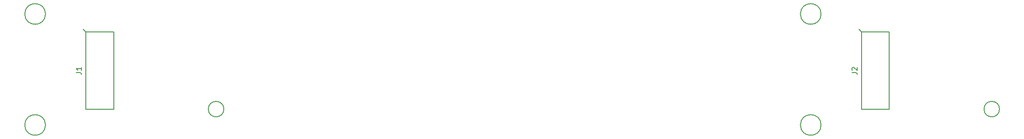
<source format=gbr>
G04 #@! TF.FileFunction,Legend,Top*
%FSLAX46Y46*%
G04 Gerber Fmt 4.6, Leading zero omitted, Abs format (unit mm)*
G04 Created by KiCad (PCBNEW 0.201603021449+6606~42~ubuntu14.04.1-product) date Wed 02 Mar 2016 02:15:13 PM PST*
%MOMM*%
G01*
G04 APERTURE LIST*
%ADD10C,0.100000*%
%ADD11C,0.150000*%
G04 APERTURE END LIST*
D10*
D11*
X166499981Y-196000000D02*
G75*
G03X166499981Y-196000000I-1999981J0D01*
G01*
X166499981Y-174500000D02*
G75*
G03X166499981Y-174500000I-1999981J0D01*
G01*
X16499981Y-174500000D02*
G75*
G03X16499981Y-174500000I-1999981J0D01*
G01*
X51000000Y-192925000D02*
G75*
G03X51000000Y-192925000I-1500000J0D01*
G01*
X201005000Y-192925000D02*
G75*
G03X201005000Y-192925000I-1500000J0D01*
G01*
X174300000Y-178000000D02*
X173800000Y-177500000D01*
X179700000Y-178000000D02*
X174300000Y-178000000D01*
X179700000Y-178000000D02*
X179700000Y-193000000D01*
X174300000Y-193000000D02*
X174300000Y-178000000D01*
X174300000Y-193000000D02*
X179700000Y-193000000D01*
X24300000Y-178000000D02*
X23800000Y-177500000D01*
X29700000Y-178000000D02*
X24300000Y-178000000D01*
X29700000Y-178000000D02*
X29700000Y-193000000D01*
X24300000Y-193000000D02*
X24300000Y-178000000D01*
X24300000Y-193000000D02*
X29700000Y-193000000D01*
X16499981Y-196000000D02*
G75*
G03X16499981Y-196000000I-1999981J0D01*
G01*
X172452381Y-185833333D02*
X173166667Y-185833333D01*
X173309524Y-185880953D01*
X173404762Y-185976191D01*
X173452381Y-186119048D01*
X173452381Y-186214286D01*
X172547619Y-185404762D02*
X172500000Y-185357143D01*
X172452381Y-185261905D01*
X172452381Y-185023809D01*
X172500000Y-184928571D01*
X172547619Y-184880952D01*
X172642857Y-184833333D01*
X172738095Y-184833333D01*
X172880952Y-184880952D01*
X173452381Y-185452381D01*
X173452381Y-184833333D01*
X22452381Y-185833333D02*
X23166667Y-185833333D01*
X23309524Y-185880953D01*
X23404762Y-185976191D01*
X23452381Y-186119048D01*
X23452381Y-186214286D01*
X23452381Y-184833333D02*
X23452381Y-185404762D01*
X23452381Y-185119048D02*
X22452381Y-185119048D01*
X22595238Y-185214286D01*
X22690476Y-185309524D01*
X22738095Y-185404762D01*
M02*

</source>
